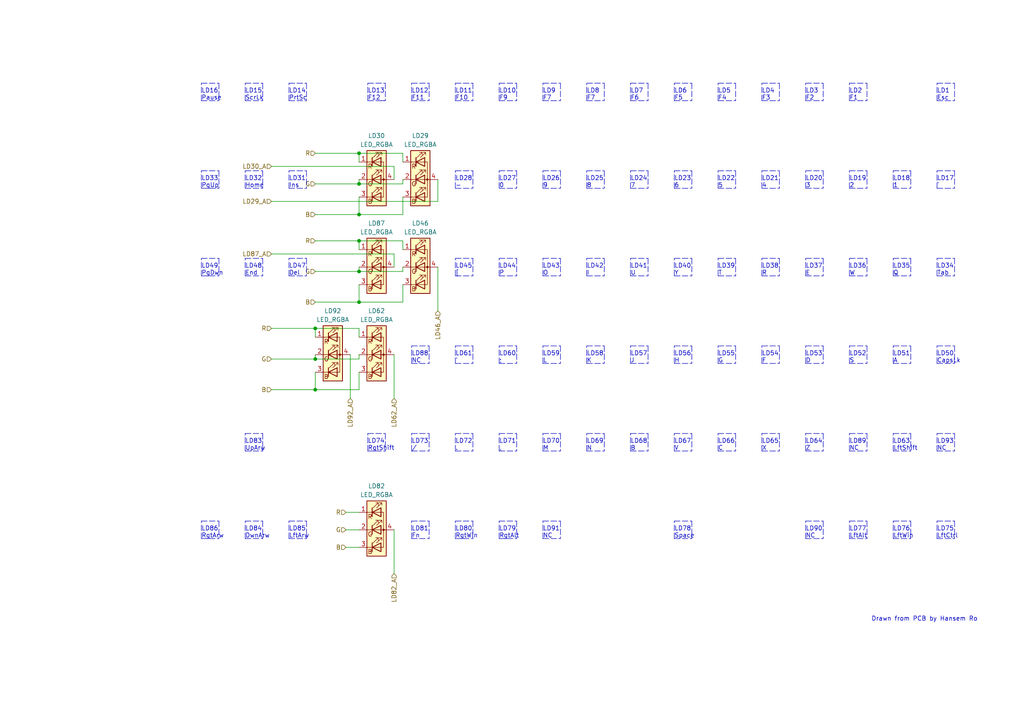
<source format=kicad_sch>
(kicad_sch (version 20211123) (generator eeschema)
  (paper "A4")
  (lib_symbols
    (symbol "Device:LED_RGBA" (pin_names (offset 0) hide)
      (property "Reference" "D" (at 0 9.398 0))
      (property "Value" "LED_RGBA" (at 0 -8.89 0))
      (symbol "LED_RGBA_0_0"
        (text "B" (at -1.905 -6.35 0) (effects (font (size 1.27 1.27))))
        (text "G" (at -1.905 -1.27 0) (effects (font (size 1.27 1.27))))
        (text "R" (at -1.905 3.81 0) (effects (font (size 1.27 1.27))))
      )
      (symbol "LED_RGBA_0_1"
        (polyline (pts (xy -1.27 -5.08) (xy -2.54 -5.08)))
        (polyline (pts (xy -1.27 -5.08) (xy 1.27 -5.08)))
        (polyline (pts (xy -1.27 -3.81) (xy -1.27 -6.35)) (stroke (width 0.254)))
        (polyline (pts (xy -1.27 0) (xy -2.54 0)))
        (polyline (pts (xy -1.27 1.27) (xy -1.27 -1.27)) (stroke (width 0.254)))
        (polyline (pts (xy -1.27 5.08) (xy -2.54 5.08)))
        (polyline (pts (xy -1.27 5.08) (xy 1.27 5.08)))
        (polyline (pts (xy -1.27 6.35) (xy -1.27 3.81)) (stroke (width 0.254)))
        (polyline (pts (xy 1.27 0) (xy -1.27 0)))
        (polyline (pts (xy 1.27 0) (xy 2.54 0)))
        (polyline (pts (xy -1.27 1.27) (xy -1.27 -1.27) (xy -1.27 -1.27)))
        (polyline (pts (xy -1.27 6.35) (xy -1.27 3.81) (xy -1.27 3.81)))
        (polyline (pts (xy 1.27 -5.08) (xy 2.032 -5.08) (xy 2.032 5.08) (xy 1.27 5.08)))
        (polyline (pts (xy 1.27 -3.81) (xy 1.27 -6.35) (xy -1.27 -5.08) (xy 1.27 -3.81)) (stroke (width 0.254)))
        (polyline (pts (xy 1.27 1.27) (xy 1.27 -1.27) (xy -1.27 0) (xy 1.27 1.27)) (stroke (width 0.254)))
        (polyline (pts (xy 1.27 6.35) (xy 1.27 3.81) (xy -1.27 5.08) (xy 1.27 6.35)) (stroke (width 0.254)))
        (polyline (pts (xy -1.016 -3.81) (xy 0.508 -2.286) (xy -0.254 -2.286) (xy 0.508 -2.286) (xy 0.508 -3.048)))
        (polyline (pts (xy -1.016 1.27) (xy 0.508 2.794) (xy -0.254 2.794) (xy 0.508 2.794) (xy 0.508 2.032)))
        (polyline (pts (xy -1.016 6.35) (xy 0.508 7.874) (xy -0.254 7.874) (xy 0.508 7.874) (xy 0.508 7.112)))
        (polyline (pts (xy 0 -3.81) (xy 1.524 -2.286) (xy 0.762 -2.286) (xy 1.524 -2.286) (xy 1.524 -3.048)))
        (polyline (pts (xy 0 1.27) (xy 1.524 2.794) (xy 0.762 2.794) (xy 1.524 2.794) (xy 1.524 2.032)))
        (polyline (pts (xy 0 6.35) (xy 1.524 7.874) (xy 0.762 7.874) (xy 1.524 7.874) (xy 1.524 7.112)))
        (rectangle (start 1.27 -1.27) (end 1.27 1.27))
        (rectangle (start 1.27 1.27) (end 1.27 1.27))
        (rectangle (start 1.27 3.81) (end 1.27 6.35))
        (rectangle (start 1.27 6.35) (end 1.27 6.35))
        (circle (center 2.032 0) (radius 0.254) (fill (type outline)))
        (rectangle (start 2.794 8.382) (end -2.794 -7.62) (stroke (width 0.254)) (fill (type background)))
      )
      (symbol "LED_RGBA_1_1"
        (pin passive line (at -5.08 5.08 0) (length 2.54) (name "RK") (number "1"))
        (pin passive line (at -5.08 0 0) (length 2.54) (name "GK") (number "2"))
        (pin passive line (at -5.08 -5.08 0) (length 2.54) (name "BK") (number "3"))
        (pin passive line (at 5.08 0 180) (length 2.54) (name "A") (number "4"))
      )
    )
  )
  (junction (at 91.44 95.25))
  (junction (at 104.14 62.23))
  (junction (at 104.14 87.63))
  (junction (at 104.14 53.34))
  (junction (at 91.44 113.03))
  (junction (at 91.44 104.14))
  (junction (at 104.14 44.45))
  (junction (at 104.14 78.74))
  (junction (at 104.14 69.85))
  (polyline (pts (xy 187.96 100.33) (xy 187.96 105.41)))
  (polyline (pts (xy 200.66 74.93) (xy 200.66 80.01)))
  (wire (pts (xy 91.44 62.23) (xy 104.14 62.23)))
  (polyline (pts (xy 157.48 130.81) (xy 157.48 125.73)))
  (polyline (pts (xy 83.82 151.13) (xy 88.9 151.13)))
  (polyline (pts (xy 83.82 80.01) (xy 88.9 80.01)))
  (polyline (pts (xy 58.42 54.61) (xy 58.42 49.53)))
  (polyline (pts (xy 195.58 29.21) (xy 195.58 24.13)))
  (polyline (pts (xy 71.12 80.01) (xy 76.2 80.01)))
  (polyline (pts (xy 195.58 49.53) (xy 200.66 49.53)))
  (polyline (pts (xy 144.78 151.13) (xy 149.86 151.13)))
  (polyline (pts (xy 132.08 80.01) (xy 137.16 80.01)))
  (polyline (pts (xy 195.58 80.01) (xy 200.66 80.01)))
  (polyline (pts (xy 132.08 105.41) (xy 132.08 100.33)))
  (polyline (pts (xy 132.08 54.61) (xy 137.16 54.61)))
  (polyline (pts (xy 220.98 24.13) (xy 226.06 24.13)))
  (polyline (pts (xy 233.68 125.73) (xy 238.76 125.73)))
  (polyline (pts (xy 137.16 125.73) (xy 137.16 130.81)))
  (polyline (pts (xy 182.88 49.53) (xy 187.96 49.53)))
  (wire (pts (xy 101.6 102.87) (xy 101.6 115.57)))
  (polyline (pts (xy 88.9 24.13) (xy 88.9 29.21)))
  (polyline (pts (xy 220.98 49.53) (xy 226.06 49.53)))
  (polyline (pts (xy 182.88 100.33) (xy 187.96 100.33)))
  (polyline (pts (xy 83.82 80.01) (xy 83.82 74.93)))
  (polyline (pts (xy 71.12 156.21) (xy 71.12 151.13)))
  (polyline (pts (xy 276.86 24.13) (xy 276.86 29.21)))
  (polyline (pts (xy 149.86 151.13) (xy 149.86 156.21)))
  (polyline (pts (xy 182.88 130.81) (xy 187.96 130.81)))
  (polyline (pts (xy 246.38 156.21) (xy 251.46 156.21)))
  (polyline (pts (xy 182.88 29.21) (xy 187.96 29.21)))
  (polyline (pts (xy 144.78 156.21) (xy 144.78 151.13)))
  (polyline (pts (xy 259.08 74.93) (xy 264.16 74.93)))
  (wire (pts (xy 114.3 52.07) (xy 114.3 48.26)))
  (polyline (pts (xy 200.66 100.33) (xy 200.66 105.41)))
  (polyline (pts (xy 71.12 74.93) (xy 76.2 74.93)))
  (polyline (pts (xy 251.46 100.33) (xy 251.46 105.41)))
  (polyline (pts (xy 259.08 125.73) (xy 264.16 125.73)))
  (polyline (pts (xy 182.88 130.81) (xy 182.88 125.73)))
  (polyline (pts (xy 119.38 29.21) (xy 124.46 29.21)))
  (polyline (pts (xy 88.9 74.93) (xy 88.9 80.01)))
  (polyline (pts (xy 170.18 105.41) (xy 175.26 105.41)))
  (polyline (pts (xy 182.88 29.21) (xy 182.88 24.13)))
  (polyline (pts (xy 200.66 151.13) (xy 200.66 156.21)))
  (polyline (pts (xy 220.98 29.21) (xy 226.06 29.21)))
  (polyline (pts (xy 58.42 29.21) (xy 58.42 24.13)))
  (wire (pts (xy 104.14 82.55) (xy 104.14 87.63)))
  (polyline (pts (xy 195.58 125.73) (xy 200.66 125.73)))
  (polyline (pts (xy 195.58 151.13) (xy 200.66 151.13)))
  (polyline (pts (xy 233.68 80.01) (xy 233.68 74.93)))
  (polyline (pts (xy 220.98 130.81) (xy 226.06 130.81)))
  (wire (pts (xy 104.14 97.79) (xy 104.14 95.25)))
  (polyline (pts (xy 187.96 24.13) (xy 187.96 29.21)))
  (polyline (pts (xy 251.46 49.53) (xy 251.46 54.61)))
  (polyline (pts (xy 208.28 105.41) (xy 208.28 100.33)))
  (polyline (pts (xy 157.48 24.13) (xy 162.56 24.13)))
  (polyline (pts (xy 220.98 54.61) (xy 226.06 54.61)))
  (polyline (pts (xy 220.98 105.41) (xy 220.98 100.33)))
  (polyline (pts (xy 271.78 100.33) (xy 276.86 100.33)))
  (polyline (pts (xy 63.5 151.13) (xy 63.5 156.21)))
  (polyline (pts (xy 238.76 49.53) (xy 238.76 54.61)))
  (polyline (pts (xy 58.42 54.61) (xy 63.5 54.61)))
  (polyline (pts (xy 195.58 156.21) (xy 200.66 156.21)))
  (polyline (pts (xy 246.38 130.81) (xy 251.46 130.81)))
  (polyline (pts (xy 246.38 80.01) (xy 246.38 74.93)))
  (polyline (pts (xy 246.38 130.81) (xy 246.38 125.73)))
  (polyline (pts (xy 259.08 54.61) (xy 264.16 54.61)))
  (polyline (pts (xy 271.78 29.21) (xy 271.78 24.13)))
  (wire (pts (xy 91.44 104.14) (xy 104.14 104.14)))
  (wire (pts (xy 78.74 95.25) (xy 91.44 95.25)))
  (polyline (pts (xy 271.78 125.73) (xy 276.86 125.73)))
  (polyline (pts (xy 182.88 105.41) (xy 187.96 105.41)))
  (polyline (pts (xy 271.78 74.93) (xy 276.86 74.93)))
  (polyline (pts (xy 170.18 130.81) (xy 170.18 125.73)))
  (polyline (pts (xy 233.68 105.41) (xy 238.76 105.41)))
  (polyline (pts (xy 149.86 125.73) (xy 149.86 130.81)))
  (polyline (pts (xy 132.08 130.81) (xy 132.08 125.73)))
  (polyline (pts (xy 195.58 105.41) (xy 200.66 105.41)))
  (polyline (pts (xy 233.68 105.41) (xy 233.68 100.33)))
  (polyline (pts (xy 58.42 74.93) (xy 63.5 74.93)))
  (wire (pts (xy 104.14 52.07) (xy 104.14 53.34)))
  (wire (pts (xy 114.3 153.67) (xy 114.3 166.37)))
  (polyline (pts (xy 144.78 125.73) (xy 149.86 125.73)))
  (polyline (pts (xy 271.78 24.13) (xy 276.86 24.13)))
  (polyline (pts (xy 182.88 105.41) (xy 182.88 100.33)))
  (polyline (pts (xy 271.78 49.53) (xy 276.86 49.53)))
  (polyline (pts (xy 226.06 125.73) (xy 226.06 130.81)))
  (polyline (pts (xy 264.16 125.73) (xy 264.16 130.81)))
  (polyline (pts (xy 195.58 105.41) (xy 195.58 100.33)))
  (polyline (pts (xy 76.2 151.13) (xy 76.2 156.21)))
  (polyline (pts (xy 111.76 125.73) (xy 111.76 130.81)))
  (polyline (pts (xy 276.86 49.53) (xy 276.86 54.61)))
  (polyline (pts (xy 106.68 130.81) (xy 106.68 125.73)))
  (polyline (pts (xy 271.78 80.01) (xy 271.78 74.93)))
  (polyline (pts (xy 83.82 54.61) (xy 88.9 54.61)))
  (polyline (pts (xy 144.78 156.21) (xy 149.86 156.21)))
  (wire (pts (xy 104.14 69.85) (xy 116.84 69.85)))
  (polyline (pts (xy 208.28 125.73) (xy 213.36 125.73)))
  (polyline (pts (xy 63.5 24.13) (xy 63.5 29.21)))
  (polyline (pts (xy 208.28 29.21) (xy 208.28 24.13)))
  (polyline (pts (xy 83.82 29.21) (xy 88.9 29.21)))
  (polyline (pts (xy 71.12 80.01) (xy 71.12 74.93)))
  (polyline (pts (xy 259.08 156.21) (xy 259.08 151.13)))
  (polyline (pts (xy 71.12 130.81) (xy 76.2 130.81)))
  (polyline (pts (xy 246.38 54.61) (xy 246.38 49.53)))
  (polyline (pts (xy 220.98 130.81) (xy 220.98 125.73)))
  (polyline (pts (xy 157.48 29.21) (xy 162.56 29.21)))
  (polyline (pts (xy 132.08 156.21) (xy 132.08 151.13)))
  (polyline (pts (xy 170.18 54.61) (xy 170.18 49.53)))
  (polyline (pts (xy 144.78 105.41) (xy 149.86 105.41)))
  (polyline (pts (xy 195.58 54.61) (xy 195.58 49.53)))
  (polyline (pts (xy 195.58 130.81) (xy 200.66 130.81)))
  (polyline (pts (xy 63.5 74.93) (xy 63.5 80.01)))
  (polyline (pts (xy 157.48 125.73) (xy 162.56 125.73)))
  (polyline (pts (xy 175.26 125.73) (xy 175.26 130.81)))
  (polyline (pts (xy 149.86 49.53) (xy 149.86 54.61)))
  (polyline (pts (xy 124.46 125.73) (xy 124.46 130.81)))
  (polyline (pts (xy 137.16 74.93) (xy 137.16 80.01)))
  (wire (pts (xy 91.44 95.25) (xy 104.14 95.25)))
  (polyline (pts (xy 58.42 24.13) (xy 63.5 24.13)))
  (wire (pts (xy 104.14 44.45) (xy 104.14 46.99)))
  (polyline (pts (xy 71.12 130.81) (xy 71.12 125.73)))
  (polyline (pts (xy 170.18 80.01) (xy 170.18 74.93)))
  (polyline (pts (xy 264.16 100.33) (xy 264.16 105.41)))
  (polyline (pts (xy 271.78 80.01) (xy 276.86 80.01)))
  (polyline (pts (xy 246.38 105.41) (xy 251.46 105.41)))
  (polyline (pts (xy 208.28 54.61) (xy 208.28 49.53)))
  (polyline (pts (xy 71.12 125.73) (xy 76.2 125.73)))
  (polyline (pts (xy 175.26 74.93) (xy 175.26 80.01)))
  (polyline (pts (xy 132.08 156.21) (xy 137.16 156.21)))
  (polyline (pts (xy 246.38 151.13) (xy 251.46 151.13)))
  (polyline (pts (xy 246.38 49.53) (xy 251.46 49.53)))
  (polyline (pts (xy 208.28 80.01) (xy 213.36 80.01)))
  (polyline (pts (xy 182.88 80.01) (xy 187.96 80.01)))
  (polyline (pts (xy 144.78 49.53) (xy 149.86 49.53)))
  (polyline (pts (xy 233.68 74.93) (xy 238.76 74.93)))
  (polyline (pts (xy 251.46 24.13) (xy 251.46 29.21)))
  (polyline (pts (xy 220.98 80.01) (xy 226.06 80.01)))
  (polyline (pts (xy 119.38 130.81) (xy 124.46 130.81)))
  (polyline (pts (xy 213.36 24.13) (xy 213.36 29.21)))
  (polyline (pts (xy 157.48 130.81) (xy 162.56 130.81)))
  (polyline (pts (xy 119.38 29.21) (xy 119.38 24.13)))
  (polyline (pts (xy 182.88 54.61) (xy 182.88 49.53)))
  (polyline (pts (xy 276.86 151.13) (xy 276.86 156.21)))
  (polyline (pts (xy 157.48 49.53) (xy 162.56 49.53)))
  (polyline (pts (xy 124.46 24.13) (xy 124.46 29.21)))
  (polyline (pts (xy 271.78 54.61) (xy 271.78 49.53)))
  (polyline (pts (xy 271.78 29.21) (xy 276.86 29.21)))
  (polyline (pts (xy 144.78 105.41) (xy 144.78 100.33)))
  (polyline (pts (xy 149.86 100.33) (xy 149.86 105.41)))
  (polyline (pts (xy 132.08 125.73) (xy 137.16 125.73)))
  (polyline (pts (xy 251.46 151.13) (xy 251.46 156.21)))
  (wire (pts (xy 91.44 113.03) (xy 104.14 113.03)))
  (polyline (pts (xy 137.16 24.13) (xy 137.16 29.21)))
  (polyline (pts (xy 132.08 151.13) (xy 137.16 151.13)))
  (polyline (pts (xy 200.66 125.73) (xy 200.66 130.81)))
  (polyline (pts (xy 144.78 54.61) (xy 144.78 49.53)))
  (polyline (pts (xy 106.68 29.21) (xy 106.68 24.13)))
  (polyline (pts (xy 170.18 29.21) (xy 175.26 29.21)))
  (polyline (pts (xy 71.12 151.13) (xy 76.2 151.13)))
  (polyline (pts (xy 144.78 80.01) (xy 149.86 80.01)))
  (polyline (pts (xy 71.12 29.21) (xy 71.12 24.13)))
  (polyline (pts (xy 246.38 105.41) (xy 246.38 100.33)))
  (polyline (pts (xy 144.78 130.81) (xy 149.86 130.81)))
  (polyline (pts (xy 111.76 24.13) (xy 111.76 29.21)))
  (polyline (pts (xy 208.28 100.33) (xy 213.36 100.33)))
  (polyline (pts (xy 182.88 24.13) (xy 187.96 24.13)))
  (polyline (pts (xy 170.18 29.21) (xy 170.18 24.13)))
  (polyline (pts (xy 233.68 156.21) (xy 238.76 156.21)))
  (polyline (pts (xy 187.96 125.73) (xy 187.96 130.81)))
  (polyline (pts (xy 208.28 130.81) (xy 208.28 125.73)))
  (wire (pts (xy 104.14 104.14) (xy 104.14 102.87)))
  (polyline (pts (xy 233.68 100.33) (xy 238.76 100.33)))
  (polyline (pts (xy 233.68 54.61) (xy 238.76 54.61)))
  (polyline (pts (xy 106.68 130.81) (xy 111.76 130.81)))
  (polyline (pts (xy 83.82 29.21) (xy 83.82 24.13)))
  (polyline (pts (xy 259.08 80.01) (xy 259.08 74.93)))
  (wire (pts (xy 116.84 72.39) (xy 116.84 69.85)))
  (polyline (pts (xy 58.42 49.53) (xy 63.5 49.53)))
  (polyline (pts (xy 213.36 125.73) (xy 213.36 130.81)))
  (polyline (pts (xy 58.42 156.21) (xy 63.5 156.21)))
  (polyline (pts (xy 195.58 29.21) (xy 200.66 29.21)))
  (polyline (pts (xy 271.78 105.41) (xy 271.78 100.33)))
  (polyline (pts (xy 83.82 24.13) (xy 88.9 24.13)))
  (polyline (pts (xy 144.78 29.21) (xy 144.78 24.13)))
  (polyline (pts (xy 170.18 74.93) (xy 175.26 74.93)))
  (polyline (pts (xy 246.38 100.33) (xy 251.46 100.33)))
  (polyline (pts (xy 132.08 49.53) (xy 137.16 49.53)))
  (polyline (pts (xy 246.38 80.01) (xy 251.46 80.01)))
  (polyline (pts (xy 119.38 156.21) (xy 119.38 151.13)))
  (polyline (pts (xy 246.38 29.21) (xy 251.46 29.21)))
  (polyline (pts (xy 132.08 105.41) (xy 137.16 105.41)))
  (polyline (pts (xy 195.58 80.01) (xy 195.58 74.93)))
  (polyline (pts (xy 170.18 100.33) (xy 175.26 100.33)))
  (polyline (pts (xy 259.08 156.21) (xy 264.16 156.21)))
  (polyline (pts (xy 137.16 100.33) (xy 137.16 105.41)))
  (polyline (pts (xy 157.48 74.93) (xy 162.56 74.93)))
  (polyline (pts (xy 226.06 49.53) (xy 226.06 54.61)))
  (polyline (pts (xy 187.96 74.93) (xy 187.96 80.01)))
  (polyline (pts (xy 170.18 105.41) (xy 170.18 100.33)))
  (polyline (pts (xy 271.78 156.21) (xy 276.86 156.21)))
  (polyline (pts (xy 246.38 54.61) (xy 251.46 54.61)))
  (polyline (pts (xy 170.18 54.61) (xy 175.26 54.61)))
  (polyline (pts (xy 264.16 151.13) (xy 264.16 156.21)))
  (polyline (pts (xy 144.78 74.93) (xy 149.86 74.93)))
  (polyline (pts (xy 208.28 74.93) (xy 213.36 74.93)))
  (polyline (pts (xy 132.08 74.93) (xy 137.16 74.93)))
  (polyline (pts (xy 238.76 24.13) (xy 238.76 29.21)))
  (wire (pts (xy 104.14 87.63) (xy 116.84 87.63)))
  (polyline (pts (xy 233.68 24.13) (xy 238.76 24.13)))
  (wire (pts (xy 116.84 46.99) (xy 116.84 44.45)))
  (polyline (pts (xy 162.56 151.13) (xy 162.56 156.21)))
  (polyline (pts (xy 251.46 74.93) (xy 251.46 80.01)))
  (polyline (pts (xy 83.82 156.21) (xy 88.9 156.21)))
  (polyline (pts (xy 233.68 29.21) (xy 238.76 29.21)))
  (polyline (pts (xy 271.78 130.81) (xy 276.86 130.81)))
  (polyline (pts (xy 208.28 24.13) (xy 213.36 24.13)))
  (polyline (pts (xy 71.12 156.21) (xy 76.2 156.21)))
  (polyline (pts (xy 182.88 74.93) (xy 187.96 74.93)))
  (polyline (pts (xy 220.98 54.61) (xy 220.98 49.53)))
  (polyline (pts (xy 137.16 151.13) (xy 137.16 156.21)))
  (polyline (pts (xy 157.48 105.41) (xy 162.56 105.41)))
  (polyline (pts (xy 213.36 74.93) (xy 213.36 80.01)))
  (wire (pts (xy 104.14 78.74) (xy 116.84 78.74)))
  (polyline (pts (xy 200.66 49.53) (xy 200.66 54.61)))
  (polyline (pts (xy 213.36 49.53) (xy 213.36 54.61)))
  (polyline (pts (xy 259.08 130.81) (xy 264.16 130.81)))
  (polyline (pts (xy 259.08 54.61) (xy 259.08 49.53)))
  (polyline (pts (xy 276.86 125.73) (xy 276.86 130.81)))
  (polyline (pts (xy 233.68 156.21) (xy 233.68 151.13)))
  (polyline (pts (xy 195.58 54.61) (xy 200.66 54.61)))
  (polyline (pts (xy 132.08 24.13) (xy 137.16 24.13)))
  (wire (pts (xy 100.33 148.59) (xy 104.14 148.59)))
  (polyline (pts (xy 259.08 105.41) (xy 264.16 105.41)))
  (wire (pts (xy 91.44 102.87) (xy 91.44 104.14)))
  (polyline (pts (xy 233.68 54.61) (xy 233.68 49.53)))
  (polyline (pts (xy 208.28 29.21) (xy 213.36 29.21)))
  (polyline (pts (xy 157.48 54.61) (xy 157.48 49.53)))
  (polyline (pts (xy 58.42 29.21) (xy 63.5 29.21)))
  (polyline (pts (xy 132.08 100.33) (xy 137.16 100.33)))
  (wire (pts (xy 104.14 44.45) (xy 116.84 44.45)))
  (polyline (pts (xy 182.88 80.01) (xy 182.88 74.93)))
  (polyline (pts (xy 132.08 130.81) (xy 137.16 130.81)))
  (polyline (pts (xy 246.38 29.21) (xy 246.38 24.13)))
  (polyline (pts (xy 157.48 80.01) (xy 162.56 80.01)))
  (polyline (pts (xy 195.58 24.13) (xy 200.66 24.13)))
  (wire (pts (xy 78.74 58.42) (xy 127 58.42)))
  (wire (pts (xy 116.84 78.74) (xy 116.84 77.47)))
  (polyline (pts (xy 271.78 156.21) (xy 271.78 151.13)))
  (wire (pts (xy 100.33 153.67) (xy 104.14 153.67)))
  (polyline (pts (xy 162.56 125.73) (xy 162.56 130.81)))
  (polyline (pts (xy 220.98 74.93) (xy 226.06 74.93)))
  (polyline (pts (xy 58.42 80.01) (xy 58.42 74.93)))
  (polyline (pts (xy 132.08 80.01) (xy 132.08 74.93)))
  (polyline (pts (xy 83.82 156.21) (xy 83.82 151.13)))
  (wire (pts (xy 78.74 73.66) (xy 114.3 73.66)))
  (polyline (pts (xy 157.48 105.41) (xy 157.48 100.33)))
  (wire (pts (xy 116.84 87.63) (xy 116.84 82.55)))
  (polyline (pts (xy 271.78 151.13) (xy 276.86 151.13)))
  (polyline (pts (xy 238.76 74.93) (xy 238.76 80.01)))
  (wire (pts (xy 91.44 53.34) (xy 104.14 53.34)))
  (polyline (pts (xy 271.78 105.41) (xy 276.86 105.41)))
  (polyline (pts (xy 175.26 100.33) (xy 175.26 105.41)))
  (wire (pts (xy 104.14 53.34) (xy 116.84 53.34)))
  (polyline (pts (xy 251.46 125.73) (xy 251.46 130.81)))
  (polyline (pts (xy 162.56 74.93) (xy 162.56 80.01)))
  (polyline (pts (xy 259.08 151.13) (xy 264.16 151.13)))
  (wire (pts (xy 104.14 77.47) (xy 104.14 78.74)))
  (polyline (pts (xy 175.26 49.53) (xy 175.26 54.61)))
  (polyline (pts (xy 226.06 74.93) (xy 226.06 80.01)))
  (polyline (pts (xy 246.38 24.13) (xy 251.46 24.13)))
  (polyline (pts (xy 195.58 100.33) (xy 200.66 100.33)))
  (polyline (pts (xy 119.38 151.13) (xy 124.46 151.13)))
  (polyline (pts (xy 220.98 80.01) (xy 220.98 74.93)))
  (polyline (pts (xy 271.78 130.81) (xy 271.78 125.73)))
  (polyline (pts (xy 246.38 74.93) (xy 251.46 74.93)))
  (polyline (pts (xy 76.2 125.73) (xy 76.2 130.81)))
  (polyline (pts (xy 124.46 100.33) (xy 124.46 105.41)))
  (polyline (pts (xy 83.82 54.61) (xy 83.82 49.53)))
  (polyline (pts (xy 144.78 24.13) (xy 149.86 24.13)))
  (wire (pts (xy 104.14 113.03) (xy 104.14 107.95)))
  (polyline (pts (xy 144.78 100.33) (xy 149.86 100.33)))
  (polyline (pts (xy 83.82 49.53) (xy 88.9 49.53)))
  (polyline (pts (xy 144.78 130.81) (xy 144.78 125.73)))
  (polyline (pts (xy 58.42 156.21) (xy 58.42 151.13)))
  (polyline (pts (xy 208.28 54.61) (xy 213.36 54.61)))
  (polyline (pts (xy 220.98 100.33) (xy 226.06 100.33)))
  (polyline (pts (xy 195.58 74.93) (xy 200.66 74.93)))
  (polyline (pts (xy 170.18 49.53) (xy 175.26 49.53)))
  (polyline (pts (xy 208.28 130.81) (xy 213.36 130.81)))
  (wire (pts (xy 114.3 77.47) (xy 114.3 73.66)))
  (polyline (pts (xy 137.16 49.53) (xy 137.16 54.61)))
  (polyline (pts (xy 208.28 80.01) (xy 208.28 74.93)))
  (polyline (pts (xy 213.36 100.33) (xy 213.36 105.41)))
  (polyline (pts (xy 83.82 74.93) (xy 88.9 74.93)))
  (polyline (pts (xy 76.2 49.53) (xy 76.2 54.61)))
  (wire (pts (xy 91.44 95.25) (xy 91.44 97.79)))
  (wire (pts (xy 104.14 69.85) (xy 104.14 72.39)))
  (polyline (pts (xy 76.2 74.93) (xy 76.2 80.01)))
  (polyline (pts (xy 264.16 74.93) (xy 264.16 80.01)))
  (polyline (pts (xy 162.56 100.33) (xy 162.56 105.41)))
  (wire (pts (xy 116.84 53.34) (xy 116.84 52.07)))
  (polyline (pts (xy 259.08 49.53) (xy 264.16 49.53)))
  (polyline (pts (xy 124.46 151.13) (xy 124.46 156.21)))
  (polyline (pts (xy 58.42 80.01) (xy 63.5 80.01)))
  (polyline (pts (xy 58.42 151.13) (xy 63.5 151.13)))
  (wire (pts (xy 91.44 87.63) (xy 104.14 87.63)))
  (polyline (pts (xy 144.78 80.01) (xy 144.78 74.93)))
  (polyline (pts (xy 226.06 100.33) (xy 226.06 105.41)))
  (polyline (pts (xy 88.9 49.53) (xy 88.9 54.61)))
  (polyline (pts (xy 76.2 24.13) (xy 76.2 29.21)))
  (wire (pts (xy 91.44 78.74) (xy 104.14 78.74)))
  (polyline (pts (xy 170.18 24.13) (xy 175.26 24.13)))
  (polyline (pts (xy 233.68 130.81) (xy 233.68 125.73)))
  (polyline (pts (xy 71.12 54.61) (xy 76.2 54.61)))
  (wire (pts (xy 127 77.47) (xy 127 90.17)))
  (polyline (pts (xy 157.48 29.21) (xy 157.48 24.13)))
  (polyline (pts (xy 119.38 125.73) (xy 124.46 125.73)))
  (polyline (pts (xy 233.68 151.13) (xy 238.76 151.13)))
  (wire (pts (xy 91.44 69.85) (xy 104.14 69.85)))
  (polyline (pts (xy 220.98 105.41) (xy 226.06 105.41)))
  (wire (pts (xy 104.14 62.23) (xy 116.84 62.23)))
  (polyline (pts (xy 276.86 74.93) (xy 276.86 80.01)))
  (polyline (pts (xy 233.68 80.01) (xy 238.76 80.01)))
  (polyline (pts (xy 157.48 156.21) (xy 157.48 151.13)))
  (polyline (pts (xy 259.08 105.41) (xy 259.08 100.33)))
  (polyline (pts (xy 71.12 24.13) (xy 76.2 24.13)))
  (polyline (pts (xy 162.56 24.13) (xy 162.56 29.21)))
  (wire (pts (xy 100.33 158.75) (xy 104.14 158.75)))
  (wire (pts (xy 116.84 62.23) (xy 116.84 57.15)))
  (polyline (pts (xy 238.76 100.33) (xy 238.76 105.41)))
  (polyline (pts (xy 170.18 125.73) (xy 175.26 125.73)))
  (wire (pts (xy 78.74 48.26) (xy 114.3 48.26)))
  (polyline (pts (xy 182.88 54.61) (xy 187.96 54.61)))
  (polyline (pts (xy 71.12 49.53) (xy 76.2 49.53)))
  (polyline (pts (xy 276.86 100.33) (xy 276.86 105.41)))
  (wire (pts (xy 78.74 113.03) (xy 91.44 113.03)))
  (polyline (pts (xy 208.28 49.53) (xy 213.36 49.53)))
  (wire (pts (xy 78.74 104.14) (xy 91.44 104.14)))
  (polyline (pts (xy 119.38 24.13) (xy 124.46 24.13)))
  (polyline (pts (xy 271.78 54.61) (xy 276.86 54.61)))
  (polyline (pts (xy 144.78 54.61) (xy 149.86 54.61)))
  (polyline (pts (xy 106.68 29.21) (xy 111.76 29.21)))
  (polyline (pts (xy 200.66 24.13) (xy 200.66 29.21)))
  (polyline (pts (xy 119.38 105.41) (xy 119.38 100.33)))
  (polyline (pts (xy 149.86 74.93) (xy 149.86 80.01)))
  (polyline (pts (xy 233.68 130.81) (xy 238.76 130.81)))
  (wire (pts (xy 127 52.07) (xy 127 58.42)))
  (polyline (pts (xy 259.08 80.01) (xy 264.16 80.01)))
  (polyline (pts (xy 175.26 24.13) (xy 175.26 29.21)))
  (polyline (pts (xy 119.38 130.81) (xy 119.38 125.73)))
  (polyline (pts (xy 63.5 49.53) (xy 63.5 54.61)))
  (polyline (pts (xy 246.38 156.21) (xy 246.38 151.13)))
  (polyline (pts (xy 170.18 80.01) (xy 175.26 80.01)))
  (polyline (pts (xy 195.58 156.21) (xy 195.58 151.13)))
  (polyline (pts (xy 259.08 130.81) (xy 259.08 125.73)))
  (polyline (pts (xy 88.9 151.13) (xy 88.9 156.21)))
  (polyline (pts (xy 233.68 29.21) (xy 233.68 24.13)))
  (polyline (pts (xy 246.38 125.73) (xy 251.46 125.73)))
  (polyline (pts (xy 259.08 100.33) (xy 264.16 100.33)))
  (polyline (pts (xy 238.76 125.73) (xy 238.76 130.81)))
  (polyline (pts (xy 119.38 100.33) (xy 124.46 100.33)))
  (wire (pts (xy 91.44 44.45) (xy 104.14 44.45)))
  (polyline (pts (xy 157.48 100.33) (xy 162.56 100.33)))
  (polyline (pts (xy 71.12 54.61) (xy 71.12 49.53)))
  (polyline (pts (xy 157.48 156.21) (xy 162.56 156.21)))
  (polyline (pts (xy 157.48 151.13) (xy 162.56 151.13)))
  (polyline (pts (xy 233.68 49.53) (xy 238.76 49.53)))
  (polyline (pts (xy 208.28 105.41) (xy 213.36 105.41)))
  (polyline (pts (xy 119.38 105.41) (xy 124.46 105.41)))
  (polyline (pts (xy 157.48 54.61) (xy 162.56 54.61)))
  (wire (pts (xy 91.44 107.95) (xy 91.44 113.03)))
  (polyline (pts (xy 170.18 130.81) (xy 175.26 130.81)))
  (polyline (pts (xy 111.76 29.21) (xy 110.49 29.21)))
  (polyline (pts (xy 144.78 29.21) (xy 149.86 29.21)))
  (polyline (pts (xy 238.76 151.13) (xy 238.76 156.21)))
  (polyline (pts (xy 220.98 29.21) (xy 220.98 24.13)))
  (polyline (pts (xy 149.86 24.13) (xy 149.86 29.21)))
  (wire (pts (xy 114.3 102.87) (xy 114.3 115.57)))
  (polyline (pts (xy 157.48 80.01) (xy 157.48 74.93)))
  (polyline (pts (xy 132.08 54.61) (xy 132.08 49.53)))
  (polyline (pts (xy 220.98 125.73) (xy 226.06 125.73)))
  (polyline (pts (xy 132.08 29.21) (xy 137.16 29.21)))
  (polyline (pts (xy 187.96 49.53) (xy 187.96 54.61)))
  (polyline (pts (xy 182.88 125.73) (xy 187.96 125.73)))
  (polyline (pts (xy 106.68 24.13) (xy 111.76 24.13)))
  (polyline (pts (xy 119.38 156.21) (xy 124.46 156.21)))
  (polyline (pts (xy 195.58 130.81) (xy 195.58 125.73)))
  (polyline (pts (xy 71.12 29.21) (xy 76.2 29.21)))
  (wire (pts (xy 104.14 57.15) (xy 104.14 62.23)))
  (polyline (pts (xy 162.56 49.53) (xy 162.56 54.61)))
  (polyline (pts (xy 106.68 125.73) (xy 111.76 125.73)))
  (polyline (pts (xy 264.16 49.53) (xy 264.16 54.61)))
  (polyline (pts (xy 132.08 29.21) (xy 132.08 24.13)))
  (polyline (pts (xy 226.06 24.13) (xy 226.06 29.21)))
  (text "LD27\n0" (at 144.78 54.61 0) (effects (font (size 1.27 1.27)) (justify left bottom)))
  (text "LD25\n8" (at 170.18 54.61 0) (effects (font (size 1.27 1.27)) (justify left bottom)))
  (text "LD68\nB" (at 182.88 130.81 0) (effects (font (size 1.27 1.27)) (justify left bottom)))
  (text "LD4\nF3" (at 220.98 29.21 0) (effects (font (size 1.27 1.27)) (justify left bottom)))
  (text "LD86\nRgtArw" (at 58.42 156.21 0) (effects (font (size 1.27 1.27)) (justify left bottom)))
  (text "LD53\nD" (at 233.68 105.41 0) (effects (font (size 1.27 1.27)) (justify left bottom)))
  (text "LD61\n'" (at 132.08 105.41 0) (effects (font (size 1.27 1.27)) (justify left bottom)))
  (text "LD10\nF9" (at 144.78 29.21 0) (effects (font (size 1.27 1.27)) (justify left bottom)))
  (text "LD55\nG" (at 208.28 105.41 0) (effects (font (size 1.27 1.27)) (justify left bottom)))
  (text "LD16\nPause" (at 58.42 29.21 0) (effects (font (size 1.27 1.27)) (justify left bottom)))
  (text "LD66\nC" (at 208.28 130.81 0) (effects (font (size 1.27 1.27)) (justify left bottom)))
  (text "LD7\nF6" (at 182.88 29.21 0) (effects (font (size 1.27 1.27)) (justify left bottom)))
  (text "LD8\nF7" (at 170.18 29.21 0) (effects (font (size 1.27 1.27)) (justify left bottom)))
  (text "LD75\nLftCtrl" (at 271.78 156.21 0) (effects (font (size 1.27 1.27)) (justify left bottom)))
  (text "LD43\nO" (at 157.48 80.01 0) (effects (font (size 1.27 1.27)) (justify left bottom)))
  (text "LD88\nNC" (at 119.38 105.41 0) (effects (font (size 1.27 1.27)) (justify left bottom)))
  (text "LD83\nUpArw" (at 71.12 130.81 0) (effects (font (size 1.27 1.27)) (justify left bottom)))
  (text "LD72\n." (at 132.08 130.81 0) (effects (font (size 1.27 1.27)) (justify left bottom)))
  (text "LD65\nX" (at 220.98 130.81 0) (effects (font (size 1.27 1.27)) (justify left bottom)))
  (text "LD28\n-" (at 132.08 54.61 0) (effects (font (size 1.27 1.27)) (justify left bottom)))
  (text "LD81\nFn" (at 119.38 156.21 0) (effects (font (size 1.27 1.27)) (justify left bottom)))
  (text "LD47\nDel" (at 83.82 80.01 0) (effects (font (size 1.27 1.27)) (justify left bottom)))
  (text "LD45\n[" (at 132.08 80.01 0) (effects (font (size 1.27 1.27)) (justify left bottom)))
  (text "LD20\n3" (at 233.68 54.61 0) (effects (font (size 1.27 1.27)) (justify left bottom)))
  (text "LD49\nPgDwn" (at 58.42 80.01 0) (effects (font (size 1.27 1.27)) (justify left bottom)))
  (text "LD67\nV" (at 195.58 130.81 0) (effects (font (size 1.27 1.27)) (justify left bottom)))
  (text "LD21\n4" (at 220.98 54.61 0) (effects (font (size 1.27 1.27)) (justify left bottom)))
  (text "LD48\nEnd" (at 71.12 80.01 0) (effects (font (size 1.27 1.27)) (justify left bottom)))
  (text "LD33\nPgUp" (at 58.42 54.61 0) (effects (font (size 1.27 1.27)) (justify left bottom)))
  (text "LD31\nIns" (at 83.82 54.61 0) (effects (font (size 1.27 1.27)) (justify left bottom)))
  (text "LD5\nF4" (at 208.28 29.21 0) (effects (font (size 1.27 1.27)) (justify left bottom)))
  (text "LD44\nP" (at 144.78 80.01 0) (effects (font (size 1.27 1.27)) (justify left bottom)))
  (text "LD13\nF12" (at 106.68 29.21 0) (effects (font (size 1.27 1.27)) (justify left bottom)))
  (text "LD18\n1" (at 259.08 54.61 0) (effects (font (size 1.27 1.27)) (justify left bottom)))
  (text "LD54\nF" (at 220.98 105.41 0) (effects (font (size 1.27 1.27)) (justify left bottom)))
  (text "LD69\nN" (at 170.18 130.81 0) (effects (font (size 1.27 1.27)) (justify left bottom)))
  (text "LD77\nLftAlt" (at 246.38 156.21 0) (effects (font (size 1.27 1.27)) (justify left bottom)))
  (text "LD73\n/" (at 119.38 130.81 0) (effects (font (size 1.27 1.27)) (justify left bottom)))
  (text "LD35\nQ" (at 259.08 80.01 0) (effects (font (size 1.27 1.27)) (justify left bottom)))
  (text "LD22\n5" (at 208.28 54.61 0) (effects (font (size 1.27 1.27)) (justify left bottom)))
  (text "LD1\nEsc" (at 271.78 29.21 0) (effects (font (size 1.27 1.27)) (justify left bottom)))
  (text "LD36\nW" (at 246.38 80.01 0) (effects (font (size 1.27 1.27)) (justify left bottom)))
  (text "LD41\nU" (at 182.88 80.01 0) (effects (font (size 1.27 1.27)) (justify left bottom)))
  (text "LD50\nCapsLk" (at 271.78 105.41 0) (effects (font (size 1.27 1.27)) (justify left bottom)))
  (text "LD60\n;" (at 144.78 105.41 0) (effects (font (size 1.27 1.27)) (justify left bottom)))
  (text "LD89\nNC" (at 246.38 130.81 0) (effects (font (size 1.27 1.27)) (justify left bottom)))
  (text "LD93\nNC" (at 271.78 130.81 0) (effects (font (size 1.27 1.27)) (justify left bottom)))
  (text "LD85\nLftArw" (at 83.82 156.21 0) (effects (font (size 1.27 1.27)) (justify left bottom)))
  (text "LD37\nE" (at 233.68 80.01 0) (effects (font (size 1.27 1.27)) (justify left bottom)))
  (text "LD15\nScrLk" (at 71.12 29.21 0) (effects (font (size 1.27 1.27)) (justify left bottom)))
  (text "LD79\nRgtAlt" (at 144.78 156.21 0) (effects (font (size 1.27 1.27)) (justify left bottom)))
  (text "LD32\nHome" (at 71.12 54.61 0) (effects (font (size 1.27 1.27)) (justify left bottom)))
  (text "LD71\n," (at 144.78 130.81 0) (effects (font (size 1.27 1.27)) (justify left bottom)))
  (text "LD90\nNC" (at 233.68 156.21 0) (effects (font (size 1.27 1.27)) (justify left bottom)))
  (text "LD64\nZ" (at 233.68 130.81 0) (effects (font (size 1.27 1.27)) (justify left bottom)))
  (text "LD11\nF10" (at 132.08 29.21 0) (effects (font (size 1.27 1.27)) (justify left bottom)))
  (text "LD9\nF7" (at 157.48 29.21 0) (effects (font (size 1.27 1.27)) (justify left bottom)))
  (text "LD78\nSpace" (at 195.58 156.21 0) (effects (font (size 1.27 1.27)) (justify left bottom)))
  (text "LD58\nK" (at 170.18 105.41 0) (effects (font (size 1.27 1.27)) (justify left bottom)))
  (text "LD70\nM" (at 157.48 130.81 0) (effects (font (size 1.27 1.27)) (justify left bottom)))
  (text "LD26\n9" (at 157.48 54.61 0) (effects (font (size 1.27 1.27)) (justify left bottom)))
  (text "LD14\nPrtSc" (at 83.82 29.21 0) (effects (font (size 1.27 1.27)) (justify left bottom)))
  (text "LD6\nF5" (at 195.58 29.21 0) (effects (font (size 1.27 1.27)) (justify left bottom)))
  (text "LD2\nF1" (at 246.38 29.21 0) (effects (font (size 1.27 1.27)) (justify left bottom)))
  (text "LD76\nLftWin" (at 259.08 156.21 0) (effects (font (size 1.27 1.27)) (justify left bottom)))
  (text "LD12\nF11" (at 119.38 29.21 0) (effects (font (size 1.27 1.27)) (justify left bottom)))
  (text "LD17\n`" (at 271.78 54.61 0) (effects (font (size 1.27 1.27)) (justify left bottom)))
  (text "LD51\nA" (at 259.08 105.41 0) (effects (font (size 1.27 1.27)) (justify left bottom)))
  (text "LD74\nRgtShift" (at 106.68 130.81 0) (effects (font (size 1.27 1.27)) (justify left bottom)))
  (text "LD38\nR" (at 220.98 80.01 0) (effects (font (size 1.27 1.27)) (justify left bottom)))
  (text "LD91\nNC" (at 157.48 156.21 0) (effects (font (size 1.27 1.27)) (justify left bottom)))
  (text "LD34\nTab" (at 271.78 80.01 0) (effects (font (size 1.27 1.27)) (justify left bottom)))
  (text "LD63\nLftShift" (at 259.08 130.81 0) (effects (font (size 1.27 1.27)) (justify left bottom)))
  (text "LD19\n2" (at 246.38 54.61 0) (effects (font (size 1.27 1.27)) (justify left bottom)))
  (text "LD42\nI" (at 170.18 80.01 0) (effects (font (size 1.27 1.27)) (justify left bottom)))
  (text "LD56\nH" (at 195.58 105.41 0) (effects (font (size 1.27 1.27)) (justify left bottom)))
  (text "LD80\nRgtWin" (at 132.08 156.21 0) (effects (font (size 1.27 1.27)) (justify left bottom)))
  (text "LD39\nT" (at 208.28 80.01 0) (effects (font (size 1.27 1.27)) (justify left bottom)))
  (text "LD23\n6" (at 195.58 54.61 0) (effects (font (size 1.27 1.27)) (justify left bottom)))
  (text "LD59\nL" (at 157.48 105.41 0) (effects (font (size 1.27 1.27)) (justify left bottom)))
  (text "LD52\nS" (at 246.38 105.41 0) (effects (font (size 1.27 1.27)) (justify left bottom)))
  (text "LD40\nY" (at 195.58 80.01 0) (effects (font (size 1.27 1.27)) (justify left bottom)))
  (text "LD84\nDwnArw" (at 71.12 156.21 0) (effects (font (size 1.27 1.27)) (justify left bottom)))
  (text "LD24\n7" (at 182.88 54.61 0) (effects (font (size 1.27 1.27)) (justify left bottom)))
  (text "Drawn from PCB by Hansem Ro" (at 252.73 180.34 0) (effects (font (size 1.27 1.27)) (justify left bottom)))
  (text "LD57\nJ" (at 182.88 105.41 0) (effects (font (size 1.27 1.27)) (justify left bottom)))
  (text "LD3\nF2" (at 233.68 29.21 0) (effects (font (size 1.27 1.27)) (justify left bottom)))
  (hierarchical_label "R" (shape input) (at 91.44 69.85 180))
  (hierarchical_label "G" (shape input) (at 78.74 104.14 180))
  (hierarchical_label "B" (shape input) (at 100.33 158.75 180))
  (hierarchical_label "G" (shape input) (at 91.44 53.34 180))
  (hierarchical_label "B" (shape input) (at 91.44 62.23 180))
  (hierarchical_label "LD82_A" (shape input) (at 114.3 166.37 270))
  (hierarchical_label "G" (shape input) (at 100.33 153.67 180))
  (hierarchical_label "LD29_A" (shape input) (at 78.74 58.42 180))
  (hierarchical_label "R" (shape input) (at 100.33 148.59 180))
  (hierarchical_label "R" (shape input) (at 91.44 44.45 180))
  (hierarchical_label "LD30_A" (shape input) (at 78.74 48.26 180))
  (hierarchical_label "LD87_A" (shape input) (at 78.74 73.66 180))
  (hierarchical_label "B" (shape input) (at 78.74 113.03 180))
  (hierarchical_label "LD92_A" (shape input) (at 101.6 115.57 270))
  (hierarchical_label "R" (shape input) (at 78.74 95.25 180))
  (hierarchical_label "LD46_A" (shape input) (at 127 90.17 270))
  (hierarchical_label "B" (shape input) (at 91.44 87.63 180))
  (hierarchical_label "LD62_A" (shape input) (at 114.3 115.57 270))
  (hierarchical_label "G" (shape input) (at 91.44 78.74 180))
  (symbol (lib_id "Device:LED_RGBA") (at 109.22 153.67 0) (unit 1)
    (property "Reference" "LD82" (at 109.22 140.97 0))
    (property "Value" "LED_RGBA" (at 109.22 143.51 0))
  )
  (symbol (lib_id "Device:LED_RGBA") (at 109.22 52.07 0) (unit 1)
    (property "Reference" "LD30" (at 109.22 39.37 0))
    (property "Value" "LED_RGBA" (at 109.22 41.91 0))
  )
  (symbol (lib_id "Device:LED_RGBA") (at 109.22 102.87 0) (unit 1)
    (property "Reference" "LD62" (at 109.22 90.17 0))
    (property "Value" "LED_RGBA" (at 109.22 92.71 0))
  )
  (symbol (lib_id "Device:LED_RGBA") (at 121.92 52.07 0) (unit 1)
    (property "Reference" "LD29" (at 121.92 39.37 0))
    (property "Value" "LED_RGBA" (at 121.92 41.91 0))
  )
  (symbol (lib_id "Device:LED_RGBA") (at 109.22 77.47 0) (unit 1)
    (property "Reference" "LD87" (at 109.22 64.77 0))
    (property "Value" "LED_RGBA" (at 109.22 67.31 0))
  )
  (symbol (lib_id "Device:LED_RGBA") (at 96.52 102.87 0) (unit 1)
    (property "Reference" "LD92" (at 96.52 90.17 0))
    (property "Value" "LED_RGBA" (at 96.52 92.71 0))
  )
  (symbol (lib_id "Device:LED_RGBA") (at 121.92 77.47 0) (unit 1)
    (property "Reference" "LD46" (at 121.92 64.77 0))
    (property "Value" "LED_RGBA" (at 121.92 67.31 0))
  )
)
</source>
